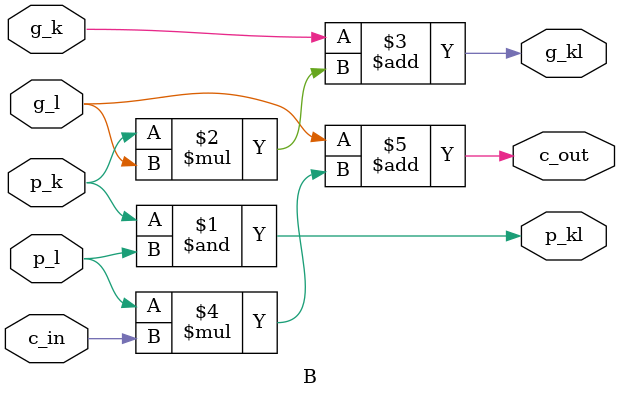
<source format=v>
module B
	(  
		input  	p_l,
		input  	g_l,
	 	input   p_k,
	 	input   g_k,
	 	input   c_in,
	 	output  c_out,
	 	output  p_kl,
	    output  g_kl
   );


   assign p_kl = p_k & p_l;

   assign g_kl = g_k + (p_k * g_l);

   assign c_out = g_l + (p_l * c_in);

endmodule
</source>
